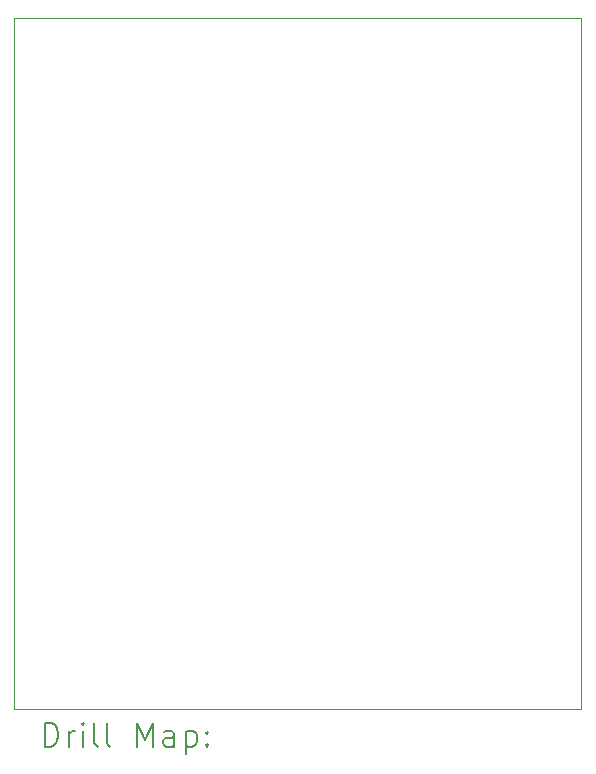
<source format=gbr>
%TF.GenerationSoftware,KiCad,Pcbnew,8.0.5*%
%TF.CreationDate,2024-12-04T18:45:19+01:00*%
%TF.ProjectId,DMH_S_H_Noise_PCB_Conn,444d485f-535f-4485-9f4e-6f6973655f50,1*%
%TF.SameCoordinates,Original*%
%TF.FileFunction,Drillmap*%
%TF.FilePolarity,Positive*%
%FSLAX45Y45*%
G04 Gerber Fmt 4.5, Leading zero omitted, Abs format (unit mm)*
G04 Created by KiCad (PCBNEW 8.0.5) date 2024-12-04 18:45:19*
%MOMM*%
%LPD*%
G01*
G04 APERTURE LIST*
%ADD10C,0.050000*%
%ADD11C,0.200000*%
G04 APERTURE END LIST*
D10*
X5100000Y-15900000D02*
X9900000Y-15900000D01*
X9900000Y-21750000D01*
X5100000Y-21750000D01*
X5100000Y-15900000D01*
D11*
X5358277Y-22063984D02*
X5358277Y-21863984D01*
X5358277Y-21863984D02*
X5405896Y-21863984D01*
X5405896Y-21863984D02*
X5434467Y-21873508D01*
X5434467Y-21873508D02*
X5453515Y-21892555D01*
X5453515Y-21892555D02*
X5463039Y-21911603D01*
X5463039Y-21911603D02*
X5472563Y-21949698D01*
X5472563Y-21949698D02*
X5472563Y-21978270D01*
X5472563Y-21978270D02*
X5463039Y-22016365D01*
X5463039Y-22016365D02*
X5453515Y-22035412D01*
X5453515Y-22035412D02*
X5434467Y-22054460D01*
X5434467Y-22054460D02*
X5405896Y-22063984D01*
X5405896Y-22063984D02*
X5358277Y-22063984D01*
X5558277Y-22063984D02*
X5558277Y-21930650D01*
X5558277Y-21968746D02*
X5567801Y-21949698D01*
X5567801Y-21949698D02*
X5577324Y-21940174D01*
X5577324Y-21940174D02*
X5596372Y-21930650D01*
X5596372Y-21930650D02*
X5615420Y-21930650D01*
X5682086Y-22063984D02*
X5682086Y-21930650D01*
X5682086Y-21863984D02*
X5672562Y-21873508D01*
X5672562Y-21873508D02*
X5682086Y-21883031D01*
X5682086Y-21883031D02*
X5691610Y-21873508D01*
X5691610Y-21873508D02*
X5682086Y-21863984D01*
X5682086Y-21863984D02*
X5682086Y-21883031D01*
X5805896Y-22063984D02*
X5786848Y-22054460D01*
X5786848Y-22054460D02*
X5777324Y-22035412D01*
X5777324Y-22035412D02*
X5777324Y-21863984D01*
X5910658Y-22063984D02*
X5891610Y-22054460D01*
X5891610Y-22054460D02*
X5882086Y-22035412D01*
X5882086Y-22035412D02*
X5882086Y-21863984D01*
X6139229Y-22063984D02*
X6139229Y-21863984D01*
X6139229Y-21863984D02*
X6205896Y-22006841D01*
X6205896Y-22006841D02*
X6272562Y-21863984D01*
X6272562Y-21863984D02*
X6272562Y-22063984D01*
X6453515Y-22063984D02*
X6453515Y-21959222D01*
X6453515Y-21959222D02*
X6443991Y-21940174D01*
X6443991Y-21940174D02*
X6424943Y-21930650D01*
X6424943Y-21930650D02*
X6386848Y-21930650D01*
X6386848Y-21930650D02*
X6367801Y-21940174D01*
X6453515Y-22054460D02*
X6434467Y-22063984D01*
X6434467Y-22063984D02*
X6386848Y-22063984D01*
X6386848Y-22063984D02*
X6367801Y-22054460D01*
X6367801Y-22054460D02*
X6358277Y-22035412D01*
X6358277Y-22035412D02*
X6358277Y-22016365D01*
X6358277Y-22016365D02*
X6367801Y-21997317D01*
X6367801Y-21997317D02*
X6386848Y-21987793D01*
X6386848Y-21987793D02*
X6434467Y-21987793D01*
X6434467Y-21987793D02*
X6453515Y-21978270D01*
X6548753Y-21930650D02*
X6548753Y-22130650D01*
X6548753Y-21940174D02*
X6567801Y-21930650D01*
X6567801Y-21930650D02*
X6605896Y-21930650D01*
X6605896Y-21930650D02*
X6624943Y-21940174D01*
X6624943Y-21940174D02*
X6634467Y-21949698D01*
X6634467Y-21949698D02*
X6643991Y-21968746D01*
X6643991Y-21968746D02*
X6643991Y-22025889D01*
X6643991Y-22025889D02*
X6634467Y-22044936D01*
X6634467Y-22044936D02*
X6624943Y-22054460D01*
X6624943Y-22054460D02*
X6605896Y-22063984D01*
X6605896Y-22063984D02*
X6567801Y-22063984D01*
X6567801Y-22063984D02*
X6548753Y-22054460D01*
X6729705Y-22044936D02*
X6739229Y-22054460D01*
X6739229Y-22054460D02*
X6729705Y-22063984D01*
X6729705Y-22063984D02*
X6720182Y-22054460D01*
X6720182Y-22054460D02*
X6729705Y-22044936D01*
X6729705Y-22044936D02*
X6729705Y-22063984D01*
X6729705Y-21940174D02*
X6739229Y-21949698D01*
X6739229Y-21949698D02*
X6729705Y-21959222D01*
X6729705Y-21959222D02*
X6720182Y-21949698D01*
X6720182Y-21949698D02*
X6729705Y-21940174D01*
X6729705Y-21940174D02*
X6729705Y-21959222D01*
M02*

</source>
